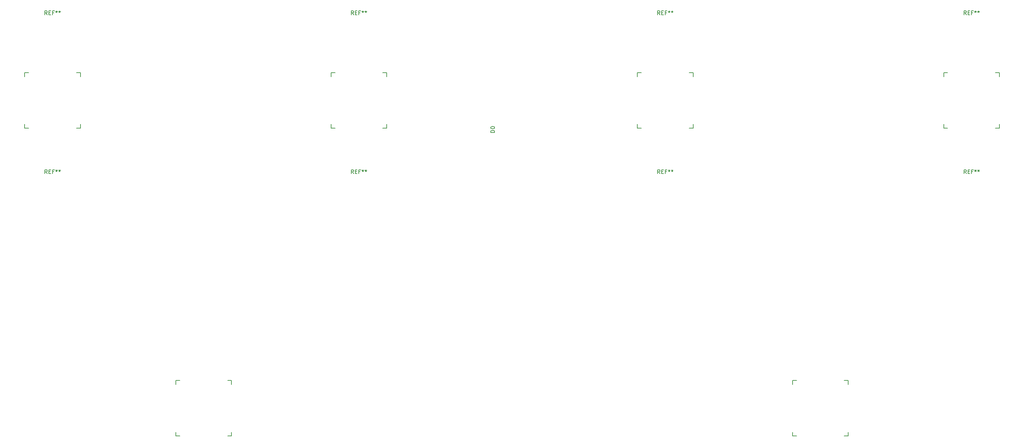
<source format=gbr>
%TF.GenerationSoftware,KiCad,Pcbnew,8.0.8*%
%TF.CreationDate,2025-02-25T20:31:50-05:00*%
%TF.ProjectId,keyboard,6b657962-6f61-4726-942e-6b696361645f,rev?*%
%TF.SameCoordinates,Original*%
%TF.FileFunction,Legend,Top*%
%TF.FilePolarity,Positive*%
%FSLAX46Y46*%
G04 Gerber Fmt 4.6, Leading zero omitted, Abs format (unit mm)*
G04 Created by KiCad (PCBNEW 8.0.8) date 2025-02-25 20:31:50*
%MOMM*%
%LPD*%
G01*
G04 APERTURE LIST*
%ADD10C,0.150000*%
G04 APERTURE END LIST*
D10*
X242666666Y-138454819D02*
X242333333Y-137978628D01*
X242095238Y-138454819D02*
X242095238Y-137454819D01*
X242095238Y-137454819D02*
X242476190Y-137454819D01*
X242476190Y-137454819D02*
X242571428Y-137502438D01*
X242571428Y-137502438D02*
X242619047Y-137550057D01*
X242619047Y-137550057D02*
X242666666Y-137645295D01*
X242666666Y-137645295D02*
X242666666Y-137788152D01*
X242666666Y-137788152D02*
X242619047Y-137883390D01*
X242619047Y-137883390D02*
X242571428Y-137931009D01*
X242571428Y-137931009D02*
X242476190Y-137978628D01*
X242476190Y-137978628D02*
X242095238Y-137978628D01*
X243095238Y-137931009D02*
X243428571Y-137931009D01*
X243571428Y-138454819D02*
X243095238Y-138454819D01*
X243095238Y-138454819D02*
X243095238Y-137454819D01*
X243095238Y-137454819D02*
X243571428Y-137454819D01*
X244333333Y-137931009D02*
X244000000Y-137931009D01*
X244000000Y-138454819D02*
X244000000Y-137454819D01*
X244000000Y-137454819D02*
X244476190Y-137454819D01*
X245000000Y-137454819D02*
X245000000Y-137692914D01*
X244761905Y-137597676D02*
X245000000Y-137692914D01*
X245000000Y-137692914D02*
X245238095Y-137597676D01*
X244857143Y-137883390D02*
X245000000Y-137692914D01*
X245000000Y-137692914D02*
X245142857Y-137883390D01*
X245761905Y-137454819D02*
X245761905Y-137692914D01*
X245523810Y-137597676D02*
X245761905Y-137692914D01*
X245761905Y-137692914D02*
X246000000Y-137597676D01*
X245619048Y-137883390D02*
X245761905Y-137692914D01*
X245761905Y-137692914D02*
X245904762Y-137883390D01*
X165666666Y-138454819D02*
X165333333Y-137978628D01*
X165095238Y-138454819D02*
X165095238Y-137454819D01*
X165095238Y-137454819D02*
X165476190Y-137454819D01*
X165476190Y-137454819D02*
X165571428Y-137502438D01*
X165571428Y-137502438D02*
X165619047Y-137550057D01*
X165619047Y-137550057D02*
X165666666Y-137645295D01*
X165666666Y-137645295D02*
X165666666Y-137788152D01*
X165666666Y-137788152D02*
X165619047Y-137883390D01*
X165619047Y-137883390D02*
X165571428Y-137931009D01*
X165571428Y-137931009D02*
X165476190Y-137978628D01*
X165476190Y-137978628D02*
X165095238Y-137978628D01*
X166095238Y-137931009D02*
X166428571Y-137931009D01*
X166571428Y-138454819D02*
X166095238Y-138454819D01*
X166095238Y-138454819D02*
X166095238Y-137454819D01*
X166095238Y-137454819D02*
X166571428Y-137454819D01*
X167333333Y-137931009D02*
X167000000Y-137931009D01*
X167000000Y-138454819D02*
X167000000Y-137454819D01*
X167000000Y-137454819D02*
X167476190Y-137454819D01*
X168000000Y-137454819D02*
X168000000Y-137692914D01*
X167761905Y-137597676D02*
X168000000Y-137692914D01*
X168000000Y-137692914D02*
X168238095Y-137597676D01*
X167857143Y-137883390D02*
X168000000Y-137692914D01*
X168000000Y-137692914D02*
X168142857Y-137883390D01*
X168761905Y-137454819D02*
X168761905Y-137692914D01*
X168523810Y-137597676D02*
X168761905Y-137692914D01*
X168761905Y-137692914D02*
X169000000Y-137597676D01*
X168619048Y-137883390D02*
X168761905Y-137692914D01*
X168761905Y-137692914D02*
X168904762Y-137883390D01*
X88666666Y-138454819D02*
X88333333Y-137978628D01*
X88095238Y-138454819D02*
X88095238Y-137454819D01*
X88095238Y-137454819D02*
X88476190Y-137454819D01*
X88476190Y-137454819D02*
X88571428Y-137502438D01*
X88571428Y-137502438D02*
X88619047Y-137550057D01*
X88619047Y-137550057D02*
X88666666Y-137645295D01*
X88666666Y-137645295D02*
X88666666Y-137788152D01*
X88666666Y-137788152D02*
X88619047Y-137883390D01*
X88619047Y-137883390D02*
X88571428Y-137931009D01*
X88571428Y-137931009D02*
X88476190Y-137978628D01*
X88476190Y-137978628D02*
X88095238Y-137978628D01*
X89095238Y-137931009D02*
X89428571Y-137931009D01*
X89571428Y-138454819D02*
X89095238Y-138454819D01*
X89095238Y-138454819D02*
X89095238Y-137454819D01*
X89095238Y-137454819D02*
X89571428Y-137454819D01*
X90333333Y-137931009D02*
X90000000Y-137931009D01*
X90000000Y-138454819D02*
X90000000Y-137454819D01*
X90000000Y-137454819D02*
X90476190Y-137454819D01*
X91000000Y-137454819D02*
X91000000Y-137692914D01*
X90761905Y-137597676D02*
X91000000Y-137692914D01*
X91000000Y-137692914D02*
X91238095Y-137597676D01*
X90857143Y-137883390D02*
X91000000Y-137692914D01*
X91000000Y-137692914D02*
X91142857Y-137883390D01*
X91761905Y-137454819D02*
X91761905Y-137692914D01*
X91523810Y-137597676D02*
X91761905Y-137692914D01*
X91761905Y-137692914D02*
X92000000Y-137597676D01*
X91619048Y-137883390D02*
X91761905Y-137692914D01*
X91761905Y-137692914D02*
X91904762Y-137883390D01*
X165666666Y-98454819D02*
X165333333Y-97978628D01*
X165095238Y-98454819D02*
X165095238Y-97454819D01*
X165095238Y-97454819D02*
X165476190Y-97454819D01*
X165476190Y-97454819D02*
X165571428Y-97502438D01*
X165571428Y-97502438D02*
X165619047Y-97550057D01*
X165619047Y-97550057D02*
X165666666Y-97645295D01*
X165666666Y-97645295D02*
X165666666Y-97788152D01*
X165666666Y-97788152D02*
X165619047Y-97883390D01*
X165619047Y-97883390D02*
X165571428Y-97931009D01*
X165571428Y-97931009D02*
X165476190Y-97978628D01*
X165476190Y-97978628D02*
X165095238Y-97978628D01*
X166095238Y-97931009D02*
X166428571Y-97931009D01*
X166571428Y-98454819D02*
X166095238Y-98454819D01*
X166095238Y-98454819D02*
X166095238Y-97454819D01*
X166095238Y-97454819D02*
X166571428Y-97454819D01*
X167333333Y-97931009D02*
X167000000Y-97931009D01*
X167000000Y-98454819D02*
X167000000Y-97454819D01*
X167000000Y-97454819D02*
X167476190Y-97454819D01*
X168000000Y-97454819D02*
X168000000Y-97692914D01*
X167761905Y-97597676D02*
X168000000Y-97692914D01*
X168000000Y-97692914D02*
X168238095Y-97597676D01*
X167857143Y-97883390D02*
X168000000Y-97692914D01*
X168000000Y-97692914D02*
X168142857Y-97883390D01*
X168761905Y-97454819D02*
X168761905Y-97692914D01*
X168523810Y-97597676D02*
X168761905Y-97692914D01*
X168761905Y-97692914D02*
X169000000Y-97597676D01*
X168619048Y-97883390D02*
X168761905Y-97692914D01*
X168761905Y-97692914D02*
X168904762Y-97883390D01*
X242666666Y-98454819D02*
X242333333Y-97978628D01*
X242095238Y-98454819D02*
X242095238Y-97454819D01*
X242095238Y-97454819D02*
X242476190Y-97454819D01*
X242476190Y-97454819D02*
X242571428Y-97502438D01*
X242571428Y-97502438D02*
X242619047Y-97550057D01*
X242619047Y-97550057D02*
X242666666Y-97645295D01*
X242666666Y-97645295D02*
X242666666Y-97788152D01*
X242666666Y-97788152D02*
X242619047Y-97883390D01*
X242619047Y-97883390D02*
X242571428Y-97931009D01*
X242571428Y-97931009D02*
X242476190Y-97978628D01*
X242476190Y-97978628D02*
X242095238Y-97978628D01*
X243095238Y-97931009D02*
X243428571Y-97931009D01*
X243571428Y-98454819D02*
X243095238Y-98454819D01*
X243095238Y-98454819D02*
X243095238Y-97454819D01*
X243095238Y-97454819D02*
X243571428Y-97454819D01*
X244333333Y-97931009D02*
X244000000Y-97931009D01*
X244000000Y-98454819D02*
X244000000Y-97454819D01*
X244000000Y-97454819D02*
X244476190Y-97454819D01*
X245000000Y-97454819D02*
X245000000Y-97692914D01*
X244761905Y-97597676D02*
X245000000Y-97692914D01*
X245000000Y-97692914D02*
X245238095Y-97597676D01*
X244857143Y-97883390D02*
X245000000Y-97692914D01*
X245000000Y-97692914D02*
X245142857Y-97883390D01*
X245761905Y-97454819D02*
X245761905Y-97692914D01*
X245523810Y-97597676D02*
X245761905Y-97692914D01*
X245761905Y-97692914D02*
X246000000Y-97597676D01*
X245619048Y-97883390D02*
X245761905Y-97692914D01*
X245761905Y-97692914D02*
X245904762Y-97883390D01*
X88666666Y-98454819D02*
X88333333Y-97978628D01*
X88095238Y-98454819D02*
X88095238Y-97454819D01*
X88095238Y-97454819D02*
X88476190Y-97454819D01*
X88476190Y-97454819D02*
X88571428Y-97502438D01*
X88571428Y-97502438D02*
X88619047Y-97550057D01*
X88619047Y-97550057D02*
X88666666Y-97645295D01*
X88666666Y-97645295D02*
X88666666Y-97788152D01*
X88666666Y-97788152D02*
X88619047Y-97883390D01*
X88619047Y-97883390D02*
X88571428Y-97931009D01*
X88571428Y-97931009D02*
X88476190Y-97978628D01*
X88476190Y-97978628D02*
X88095238Y-97978628D01*
X89095238Y-97931009D02*
X89428571Y-97931009D01*
X89571428Y-98454819D02*
X89095238Y-98454819D01*
X89095238Y-98454819D02*
X89095238Y-97454819D01*
X89095238Y-97454819D02*
X89571428Y-97454819D01*
X90333333Y-97931009D02*
X90000000Y-97931009D01*
X90000000Y-98454819D02*
X90000000Y-97454819D01*
X90000000Y-97454819D02*
X90476190Y-97454819D01*
X91000000Y-97454819D02*
X91000000Y-97692914D01*
X90761905Y-97597676D02*
X91000000Y-97692914D01*
X91000000Y-97692914D02*
X91238095Y-97597676D01*
X90857143Y-97883390D02*
X91000000Y-97692914D01*
X91000000Y-97692914D02*
X91142857Y-97883390D01*
X91761905Y-97454819D02*
X91761905Y-97692914D01*
X91523810Y-97597676D02*
X91761905Y-97692914D01*
X91761905Y-97692914D02*
X92000000Y-97597676D01*
X91619048Y-97883390D02*
X91761905Y-97692914D01*
X91761905Y-97692914D02*
X91904762Y-97883390D01*
X319666666Y-138454819D02*
X319333333Y-137978628D01*
X319095238Y-138454819D02*
X319095238Y-137454819D01*
X319095238Y-137454819D02*
X319476190Y-137454819D01*
X319476190Y-137454819D02*
X319571428Y-137502438D01*
X319571428Y-137502438D02*
X319619047Y-137550057D01*
X319619047Y-137550057D02*
X319666666Y-137645295D01*
X319666666Y-137645295D02*
X319666666Y-137788152D01*
X319666666Y-137788152D02*
X319619047Y-137883390D01*
X319619047Y-137883390D02*
X319571428Y-137931009D01*
X319571428Y-137931009D02*
X319476190Y-137978628D01*
X319476190Y-137978628D02*
X319095238Y-137978628D01*
X320095238Y-137931009D02*
X320428571Y-137931009D01*
X320571428Y-138454819D02*
X320095238Y-138454819D01*
X320095238Y-138454819D02*
X320095238Y-137454819D01*
X320095238Y-137454819D02*
X320571428Y-137454819D01*
X321333333Y-137931009D02*
X321000000Y-137931009D01*
X321000000Y-138454819D02*
X321000000Y-137454819D01*
X321000000Y-137454819D02*
X321476190Y-137454819D01*
X322000000Y-137454819D02*
X322000000Y-137692914D01*
X321761905Y-137597676D02*
X322000000Y-137692914D01*
X322000000Y-137692914D02*
X322238095Y-137597676D01*
X321857143Y-137883390D02*
X322000000Y-137692914D01*
X322000000Y-137692914D02*
X322142857Y-137883390D01*
X322761905Y-137454819D02*
X322761905Y-137692914D01*
X322523810Y-137597676D02*
X322761905Y-137692914D01*
X322761905Y-137692914D02*
X323000000Y-137597676D01*
X322619048Y-137883390D02*
X322761905Y-137692914D01*
X322761905Y-137692914D02*
X322904762Y-137883390D01*
X319666666Y-98454819D02*
X319333333Y-97978628D01*
X319095238Y-98454819D02*
X319095238Y-97454819D01*
X319095238Y-97454819D02*
X319476190Y-97454819D01*
X319476190Y-97454819D02*
X319571428Y-97502438D01*
X319571428Y-97502438D02*
X319619047Y-97550057D01*
X319619047Y-97550057D02*
X319666666Y-97645295D01*
X319666666Y-97645295D02*
X319666666Y-97788152D01*
X319666666Y-97788152D02*
X319619047Y-97883390D01*
X319619047Y-97883390D02*
X319571428Y-97931009D01*
X319571428Y-97931009D02*
X319476190Y-97978628D01*
X319476190Y-97978628D02*
X319095238Y-97978628D01*
X320095238Y-97931009D02*
X320428571Y-97931009D01*
X320571428Y-98454819D02*
X320095238Y-98454819D01*
X320095238Y-98454819D02*
X320095238Y-97454819D01*
X320095238Y-97454819D02*
X320571428Y-97454819D01*
X321333333Y-97931009D02*
X321000000Y-97931009D01*
X321000000Y-98454819D02*
X321000000Y-97454819D01*
X321000000Y-97454819D02*
X321476190Y-97454819D01*
X322000000Y-97454819D02*
X322000000Y-97692914D01*
X321761905Y-97597676D02*
X322000000Y-97692914D01*
X322000000Y-97692914D02*
X322238095Y-97597676D01*
X321857143Y-97883390D02*
X322000000Y-97692914D01*
X322000000Y-97692914D02*
X322142857Y-97883390D01*
X322761905Y-97454819D02*
X322761905Y-97692914D01*
X322523810Y-97597676D02*
X322761905Y-97692914D01*
X322761905Y-97692914D02*
X323000000Y-97597676D01*
X322619048Y-97883390D02*
X322761905Y-97692914D01*
X322761905Y-97692914D02*
X322904762Y-97883390D01*
X201119819Y-128118094D02*
X200119819Y-128118094D01*
X200119819Y-128118094D02*
X200119819Y-127879999D01*
X200119819Y-127879999D02*
X200167438Y-127737142D01*
X200167438Y-127737142D02*
X200262676Y-127641904D01*
X200262676Y-127641904D02*
X200357914Y-127594285D01*
X200357914Y-127594285D02*
X200548390Y-127546666D01*
X200548390Y-127546666D02*
X200691247Y-127546666D01*
X200691247Y-127546666D02*
X200881723Y-127594285D01*
X200881723Y-127594285D02*
X200976961Y-127641904D01*
X200976961Y-127641904D02*
X201072200Y-127737142D01*
X201072200Y-127737142D02*
X201119819Y-127879999D01*
X201119819Y-127879999D02*
X201119819Y-128118094D01*
X200119819Y-126927618D02*
X200119819Y-126832380D01*
X200119819Y-126832380D02*
X200167438Y-126737142D01*
X200167438Y-126737142D02*
X200215057Y-126689523D01*
X200215057Y-126689523D02*
X200310295Y-126641904D01*
X200310295Y-126641904D02*
X200500771Y-126594285D01*
X200500771Y-126594285D02*
X200738866Y-126594285D01*
X200738866Y-126594285D02*
X200929342Y-126641904D01*
X200929342Y-126641904D02*
X201024580Y-126689523D01*
X201024580Y-126689523D02*
X201072200Y-126737142D01*
X201072200Y-126737142D02*
X201119819Y-126832380D01*
X201119819Y-126832380D02*
X201119819Y-126927618D01*
X201119819Y-126927618D02*
X201072200Y-127022856D01*
X201072200Y-127022856D02*
X201024580Y-127070475D01*
X201024580Y-127070475D02*
X200929342Y-127118094D01*
X200929342Y-127118094D02*
X200738866Y-127165713D01*
X200738866Y-127165713D02*
X200500771Y-127165713D01*
X200500771Y-127165713D02*
X200310295Y-127118094D01*
X200310295Y-127118094D02*
X200215057Y-127070475D01*
X200215057Y-127070475D02*
X200167438Y-127022856D01*
X200167438Y-127022856D02*
X200119819Y-126927618D01*
%TO.C,K4*%
X328000000Y-126000000D02*
X328000000Y-127000000D01*
X328000000Y-113000000D02*
X327000000Y-113000000D01*
X327000000Y-127000000D02*
X328000000Y-127000000D01*
X328000000Y-113000000D02*
X328000000Y-114000000D01*
X314000000Y-114000000D02*
X314000000Y-113000000D01*
X314000000Y-127000000D02*
X315000000Y-127000000D01*
X315000000Y-113000000D02*
X314000000Y-113000000D01*
X314000000Y-127000000D02*
X314000000Y-126000000D01*
%TO.C,K1*%
X97000000Y-126000000D02*
X97000000Y-127000000D01*
X97000000Y-113000000D02*
X96000000Y-113000000D01*
X96000000Y-127000000D02*
X97000000Y-127000000D01*
X97000000Y-113000000D02*
X97000000Y-114000000D01*
X83000000Y-114000000D02*
X83000000Y-113000000D01*
X83000000Y-127000000D02*
X84000000Y-127000000D01*
X84000000Y-113000000D02*
X83000000Y-113000000D01*
X83000000Y-127000000D02*
X83000000Y-126000000D01*
%TO.C,K6*%
X290000000Y-203500000D02*
X290000000Y-204500000D01*
X290000000Y-190500000D02*
X289000000Y-190500000D01*
X289000000Y-204500000D02*
X290000000Y-204500000D01*
X290000000Y-190500000D02*
X290000000Y-191500000D01*
X276000000Y-191500000D02*
X276000000Y-190500000D01*
X276000000Y-204500000D02*
X277000000Y-204500000D01*
X277000000Y-190500000D02*
X276000000Y-190500000D01*
X276000000Y-204500000D02*
X276000000Y-203500000D01*
%TO.C,K5*%
X135000000Y-203500000D02*
X135000000Y-204500000D01*
X135000000Y-190500000D02*
X134000000Y-190500000D01*
X134000000Y-204500000D02*
X135000000Y-204500000D01*
X135000000Y-190500000D02*
X135000000Y-191500000D01*
X121000000Y-191500000D02*
X121000000Y-190500000D01*
X121000000Y-204500000D02*
X122000000Y-204500000D01*
X122000000Y-190500000D02*
X121000000Y-190500000D01*
X121000000Y-204500000D02*
X121000000Y-203500000D01*
%TO.C,K3*%
X251000000Y-126000000D02*
X251000000Y-127000000D01*
X251000000Y-113000000D02*
X250000000Y-113000000D01*
X250000000Y-127000000D02*
X251000000Y-127000000D01*
X251000000Y-113000000D02*
X251000000Y-114000000D01*
X237000000Y-114000000D02*
X237000000Y-113000000D01*
X237000000Y-127000000D02*
X238000000Y-127000000D01*
X238000000Y-113000000D02*
X237000000Y-113000000D01*
X237000000Y-127000000D02*
X237000000Y-126000000D01*
%TO.C,K2*%
X174000000Y-126000000D02*
X174000000Y-127000000D01*
X174000000Y-113000000D02*
X173000000Y-113000000D01*
X173000000Y-127000000D02*
X174000000Y-127000000D01*
X174000000Y-113000000D02*
X174000000Y-114000000D01*
X160000000Y-114000000D02*
X160000000Y-113000000D01*
X160000000Y-127000000D02*
X161000000Y-127000000D01*
X161000000Y-113000000D02*
X160000000Y-113000000D01*
X160000000Y-127000000D02*
X160000000Y-126000000D01*
%TD*%
M02*

</source>
